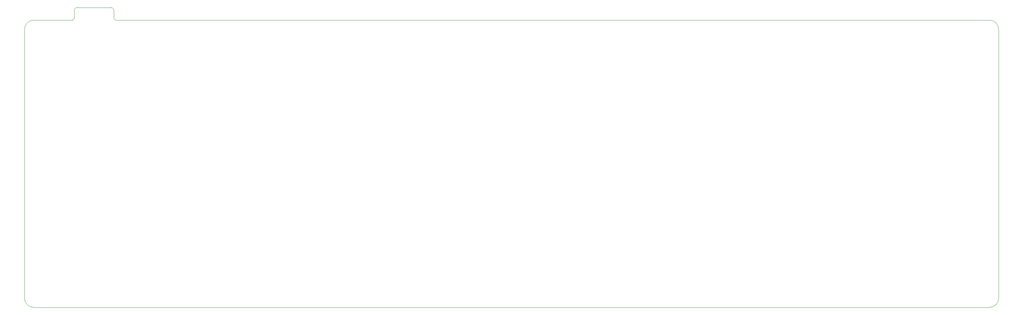
<source format=gm1>
G04 #@! TF.GenerationSoftware,KiCad,Pcbnew,(6.0.0-0)*
G04 #@! TF.CreationDate,2022-01-19T17:11:42-06:00*
G04 #@! TF.ProjectId,pcb,7063622e-6b69-4636-9164-5f7063625858,rev?*
G04 #@! TF.SameCoordinates,Original*
G04 #@! TF.FileFunction,Profile,NP*
%FSLAX46Y46*%
G04 Gerber Fmt 4.6, Leading zero omitted, Abs format (unit mm)*
G04 Created by KiCad (PCBNEW (6.0.0-0)) date 2022-01-19 17:11:42*
%MOMM*%
%LPD*%
G01*
G04 APERTURE LIST*
G04 #@! TA.AperFunction,Profile*
%ADD10C,0.050000*%
G04 #@! TD*
G04 APERTURE END LIST*
D10*
X78580295Y-116284680D02*
X78580295Y-47228140D01*
X326231335Y-118665940D02*
G75*
G03*
X328612595Y-116284680I0J2381260D01*
G01*
X80961555Y-44846880D02*
G75*
G03*
X78580295Y-47228140I0J-2381260D01*
G01*
X328612595Y-47228140D02*
X328612595Y-116284680D01*
X326231335Y-118665940D02*
X80961555Y-118665940D01*
X80961555Y-44846880D02*
X90822441Y-44846880D01*
X102058809Y-44846880D02*
X326231335Y-44846880D01*
X101540625Y-42360938D02*
G75*
G03*
X100763385Y-41583698I-777239J1D01*
G01*
X92117865Y-41583750D02*
X100763385Y-41583698D01*
X92117865Y-41583750D02*
G75*
G03*
X91340625Y-42360990I-1J-777239D01*
G01*
X90822441Y-44846880D02*
G75*
G03*
X91340625Y-44328696I-1J518185D01*
G01*
X91340625Y-42360990D02*
X91340625Y-44328696D01*
X101540625Y-44328696D02*
X101540625Y-42360938D01*
X101540625Y-44328696D02*
G75*
G03*
X102058809Y-44846880I518185J1D01*
G01*
X328612595Y-47228140D02*
G75*
G03*
X326231335Y-44846880I-2381260J0D01*
G01*
X78580295Y-116284680D02*
G75*
G03*
X80961555Y-118665940I2381260J0D01*
G01*
M02*

</source>
